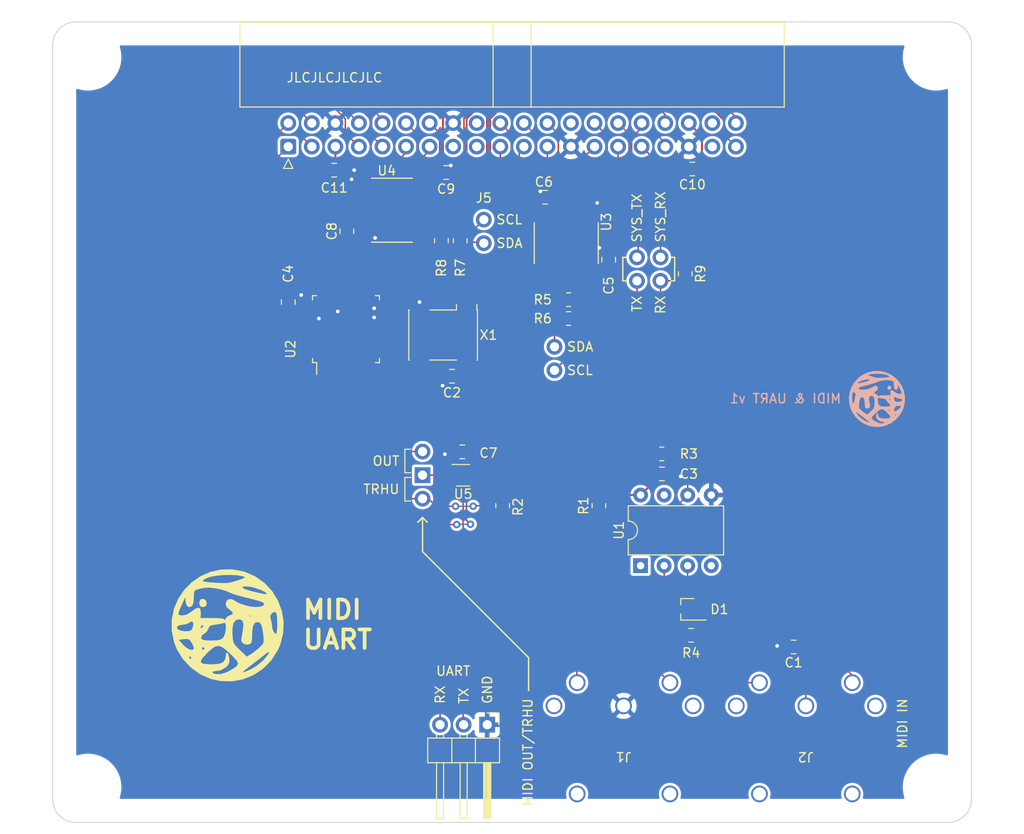
<source format=kicad_pcb>
(kicad_pcb (version 20240108) (generator "pcbnew") (generator_version "8.0")
  (layers (0 "F.Cu" signal) (31 "B.Cu" signal) (34 "B.Paste" user) (35 "F.Paste" user) (36 "B.SilkS" user "B.Silkscreen") (37 "F.SilkS" user "F.Silkscreen") (38 "B.Mask" user) (39 "F.Mask" user) (44 "Edge.Cuts" user))
  (net 0 "")
  (net 1 "Net-(C1-Pad1)")
  (net 2 "GND")
  (net 3 "Net-(D1-A)")
  (net 5 "Net-(D1-K)")
  (net 8 "Net-(J1-Pad4)")
  (net 9 "Net-(J1-Pad5)")
  (net 12 "Net-(J2-Pad4)")
  (net 13 "Net-(J3-D0)")
  (net 14 "Net-(J3-D1)")
  (net 15 "Net-(J3-D2)")
  (net 16 "Net-(J3-D3)")
  (net 17 "+5V")
  (net 18 "Net-(J3-D4)")
  (net 19 "Net-(J3-D5)")
  (net 20 "Net-(J3-D6)")
  (net 21 "Net-(J3-D7)")
  (net 22 "Net-(J3-A0)")
  (net 23 "Net-(J3-A1)")
  (net 24 "Net-(J3-A2)")
  (net 25 "/A3")
  (net 29 "/A6")
  (net 30 "/A7")
  (net 31 "/A8")
  (net 32 "/A9")
  (net 33 "/A10")
  (net 34 "/A11")
  (net 36 "/A12")
  (net 37 "/A13")
  (net 38 "/A14")
  (net 39 "/A15")
  (net 40 "/SYS_RX")
  (net 41 "/SYS_TX")
  (net 44 "Net-(J4-Pin_1)")
  (net 45 "Net-(J4-Pin_2)")
  (net 46 "Net-(J5-Pin_1)")
  (net 47 "Net-(J5-Pin_2)")
  (net 48 "Net-(JP3-A)")
  (net 53 "/~{CSA}")
  (net 54 "/~{CSB}")
  (net 56 "Net-(U2-XTAL1)")
  (net 58 "/~{IOW}")
  (net 60 "/~{IOR}")
  (net 78 "/CLK")
  (net 79 "/R{slash}~{W}")
  (net 80 "/~{RESET}")
  (net 81 "/~{IRQ}")
  (net 82 "/INTB")
  (net 83 "/INTA")
  (net 84 "/RESET")
  (net 85 "Net-(J6-Pin_2)")
  (net 86 "Net-(R2-Pad1)")
  (net 87 "Net-(JP3-C)")
  (net 90 "Net-(J6-Pin_3)")
  (net 91 "Net-(JP3-B)")
  (footprint "Capacitor_SMD:C_0805_2012Metric_Pad1.18x1.45mm_HandSolder" (layer "F.Cu") (at 86.741 33.655 180)
    (property "Reference" "C10")
    (property "Value" "4.7uF")
  )
  (footprint "own_footprints:smyrill_logo" (layer "F.Cu") (at 36.576 82.804)
    (property "Reference" "G***" (hide yes))
    (property "Value" "LOGO" (hide yes))
  )
  (footprint "MountingHole:MountingHole_3.2mm_M3" (layer "F.Cu") (at 113.03 100.330001)
    (property "Reference" "REF**" (hide yes))
    (property "Value" "MountingHole_3.2mm_M3")
  )
  (footprint "Resistor_SMD:R_0805_2012Metric_Pad1.20x1.40mm_HandSolder" (layer "F.Cu") (at 83.449 64.389 180)
    (property "Reference" "R3")
    (property "Value" "3.3k")
  )
  (footprint "Package_QFP:TQFP-48_7x7mm_P0.5mm" (layer "F.Cu") (at 49.403 50.927 90)
    (property "Reference" "U2")
    (property "Value" "TL16C2550PFB")
  )
  (footprint "Resistor_SMD:R_0805_2012Metric_Pad1.20x1.40mm_HandSolder" (layer "F.Cu") (at 61.722 41.402 90)
    (property "Reference" "R7")
    (property "Value" "10k")
  )
  (footprint "Capacitor_SMD:C_0805_2012Metric_Pad1.18x1.45mm_HandSolder" (layer "F.Cu") (at 43.18 48.006 90)
    (property "Reference" "C4")
    (property "Value" "0.1uF")
  )
  (footprint "Resistor_SMD:R_0805_2012Metric_Pad1.20x1.40mm_HandSolder" (layer "F.Cu") (at 73.406 47.752 180)
    (property "Reference" "R5")
    (property "Value" "10k")
  )
  (footprint "Capacitor_SMD:C_0805_2012Metric_Pad1.18x1.45mm_HandSolder" (layer "F.Cu") (at 60.198 34.036)
    (property "Reference" "C9")
    (property "Value" "0.1uF")
  )
  (footprint "Resistor_SMD:R_0805_2012Metric_Pad1.20x1.40mm_HandSolder" (layer "F.Cu") (at 59.69 41.386 90)
    (property "Reference" "R8")
    (property "Value" "10k")
  )
  (footprint "imported_footprints:SOP65P640X120-20N" (layer "F.Cu") (at 73.152 41.656 -90)
    (property "Reference" "U3")
    (property "Value" "SLG46826G")
  )
  (footprint "Capacitor_SMD:C_0805_2012Metric_Pad1.18x1.45mm_HandSolder" (layer "F.Cu") (at 86.614 83.947)
    (property "Reference" "R4")
    (property "Value" "220")
  )
  (footprint "Resistor_SMD:R_0805_2012Metric_Pad1.20x1.40mm_HandSolder" (layer "F.Cu") (at 73.406 49.784 180)
    (property "Reference" "R6")
    (property "Value" "10k")
  )
  (footprint "MountingHole:MountingHole_3.2mm_M3" (layer "F.Cu") (at 21.59 21.59)
    (property "Reference" "REF**" (hide yes))
    (property "Value" "MountingHole_3.2mm_M3")
  )
  (footprint "Resistor_SMD:R_0805_2012Metric_Pad1.20x1.40mm_HandSolder" (layer "F.Cu") (at 85.979 44.958 -90)
    (property "Reference" "R9")
    (property "Value" "100k")
  )
  (footprint "Resistor_SMD:R_0805_2012Metric_Pad1.20x1.40mm_HandSolder" (layer "F.Cu") (at 76.671 69.977 -90)
    (property "Reference" "R1")
    (property "Value" "220")
  )
  (footprint "Capacitor_SMD:C_0805_2012Metric_Pad1.18x1.45mm_HandSolder" (layer "F.Cu") (at 70.866 36.703 180)
    (property "Reference" "C6")
    (property "Value" "0.1uF")
  )
  (footprint "Capacitor_SMD:C_0805_2012Metric_Pad1.18x1.45mm_HandSolder" (layer "F.Cu") (at 49.5046 40.3645 -90)
    (property "Reference" "C8")
    (property "Value" "0.1uF")
  )
  (footprint "own_footprints:Kycon-KCDX-5S-N" (layer "F.Cu") (at 79.328 91.564 180)
    (property "Reference" "J1")
    (property "Value" "MIDI OUT")
  )
  (footprint "Capacitor_SMD:C_0805_2012Metric_Pad1.18x1.45mm_HandSolder" (layer "F.Cu") (at 77.724 43.434 90)
    (property "Reference" "C5")
    (property "Value" "0.1uF")
  )
  (footprint "Package_DIP:DIP-8_W7.62mm" (layer "F.Cu") (at 81.163 76.444 90)
    (property "Reference" "U1")
    (property "Value" "6N137")
  )
  (footprint "Capacitor_SMD:C_0805_2012Metric_Pad1.18x1.45mm_HandSolder" (layer "F.Cu") (at 97.663 85.217 180)
    (property "Reference" "C1")
    (property "Value" "0.1uF")
  )
  (footprint "MountingHole:MountingHole_3.2mm_M3" (layer "F.Cu") (at 21.59 100.330001)
    (property "Reference" "REF**" (hide yes))
    (property "Value" "MountingHole_3.2mm_M3")
  )
  (footprint "imported_footprints:SOP65P640X120-20N" (layer "F.Cu") (at 54.356 38.1)
    (property "Reference" "U4")
    (property "Value" "SLG46826G")
  )
  (footprint "own_footprints:PinHeader_1x02_P2.54mm_Vertical_minimal" (layer "F.Cu") (at 83.312 45.72 180)
    (property "Reference" "JP2" (hide yes))
    (property "Value" "RX_SYS")
  )
  (footprint "MountingHole:MountingHole_3.2mm_M3" (layer "F.Cu") (at 113.03 21.59)
    (property "Reference" "REF**" (hide yes))
    (property "Value" "MountingHole_3.2mm_M3")
  )
  (footprint "Capacitor_SMD:C_0805_2012Metric_Pad1.18x1.45mm_HandSolder" (layer "F.Cu") (at 61.9475 64.166 180)
    (property "Reference" "C7")
    (property "Value" "0.1uF")
  )
  (footprint "Connector_IDC:IDC-Header_2x20_P2.54mm_Horizontal" (layer "F.Cu") (at 43.18 31.242 90)
    (property "Reference" "J3" (hide yes))
    (property "Value" "8bit_thing_bus_connector")
  )
  (footprint "Package_TO_SOT_SMD:SOT-353_SC-70-5_Handsoldering" (layer "F.Cu") (at 62.036 66.691)
    (property "Reference" "U5")
    (property "Value" "74AHCT1G125")
  )
  (footprint "own_footprints:PinHeader_1x02_P2.54mm_Vertical_minimal" (layer "F.Cu") (at 64.262 39.116)
    (property "Reference" "J5")
    (property "Value" "greenpak_i2c")
  )
  (footprint "own_footprints:Kycon-KCDX-5S-N" (layer "F.Cu") (at 98.98 91.564 180)
    (property "Reference" "J2")
    (property "Value" "MIDI IN")
  )
  (footprint "own_footprints:PinHeader_1x03_P2.54mm_2_options_jumper_reverse" (layer "F.Cu") (at 57.658 66.675 180)
    (property "Reference" "JP3" (hide yes))
    (property "Value" "Out/Thru select")
  )
  (footprint "Package_TO_SOT_SMD:SOT-323_SC-70_Handsoldering" (layer "F.Cu") (at 86.233 81.153 180)
    (property "Reference" "D1")
    (property "Value" "BAT54W")
  )
  (footprint "own_footprints:PinHeader_1x02_P2.54mm_Vertical_minimal" (layer "F.Cu") (at 80.772 45.72 180)
    (property "Reference" "JP1" (hide yes))
    (property "Value" "TX_SYS")
  )
  (footprint "Capacitor_SMD:C_0805_2012Metric_Pad1.18x1.45mm_HandSolder" (layer "F.Cu") (at 83.4705 66.548)
    (property "Reference" "C3")
    (property "Value" "0.1uF")
  )
  (footprint "Oscillator:Oscillator_SMD_SeikoEpson_SG8002CA-4Pin_7.0x5.0mm" (layer "F.Cu") (at 59.876 51.562 180)
    (property "Reference" "X1")
    (property "Value" "SG-7050CCN")
  )
  (footprint "Resistor_SMD:R_0805_2012Metric_Pad1.20x1.40mm_HandSolder" (layer "F.Cu") (at 66.294 69.977 -90)
    (property "Reference" "R2")
    (property "Value" "220")
  )
  (footprint "own_footprints:PinHeader_1x02_P2.54mm_Vertical_minimal" (layer "F.Cu") (at 71.882 55.372 180)
    (property "Reference" "J4" (hide yes))
    (property "Value" "greenpak_i2c")
  )
  (footprint "Capacitor_SMD:C_0805_2012Metric_Pad1.18x1.45mm_HandSolder" (layer "F.Cu") (at 48.133 33.782)
    (property "Reference" "C11")
    (property "Value" "4.7uF")
  )
  (footprint "Connector_PinHeader_2.54mm:PinHeader_1x03_P2.54mm_Horizontal" (layer "F.Cu") (at 64.628 93.599 -90)
    (property "Reference" "J6" (hide yes))
    (property "Value" "Conn_01x03_Pin")
  )
  (footprint "Capacitor_SMD:C_0805_2012Metric_Pad1.18x1.45mm_HandSolder" (layer "F.Cu") (at 60.833 56.007 180)
    (property "Reference" "C2")
    (property "Value" "10nF")
  )
  (footprint "own_footprints:smyrill_logo_small" (layer "B.Cu") (at 106.68 58.42 180)
    (property "Reference" "G***" (hide yes))
    (property "Value" "LOGO" (hide yes))
  )
  (gr_line (start 69.088 86.36) (end 57.658 74.93) (stroke (width 0.15)) (layer "F.SilkS"))
  (gr_line (start 57.658 74.93) (end 57.658 71.247) (stroke (width 0.15)) (layer "F.SilkS"))
  (gr_line (start 79.248 43.18) (end 79.248 45.72) (stroke (width 0.15)) (layer "F.SilkS"))
  (gr_line (start 79.248 45.72) (end 79.629 45.72) (stroke (width 0.15)) (layer "F.SilkS"))
  (gr_line (start 57.658 71.247) (end 58.166 71.755) (stroke (width 0.15)) (layer "F.SilkS"))
  (gr_line (start 84.836 45.72) (end 84.455 45.72) (stroke (width 0.15)) (layer "F.SilkS"))
  (gr_line (start 57.658 71.247) (end 57.15 71.755) (stroke (width 0.15)) (layer "F.SilkS"))
  (gr_line (start 84.836 43.18) (end 84.836 45.72) (stroke (width 0.15)) (layer "F.SilkS"))
  (gr_line (start 84.455 43.18) (end 84.836 43.18) (stroke (width 0.15)) (layer "F.SilkS"))
  (gr_line (start 79.629 43.18) (end 79.248 43.18) (stroke (width 0.15)) (layer "F.SilkS"))
  (gr_line (start 69.088 86.36) (end 69.088 89.916) (stroke (width 0.15)) (layer "F.SilkS"))
  (gr_line (start 57.15 71.755) (end 57.658 71.247) (stroke (width 0.15)) (layer "F.SilkS"))
  (gr_line (start 116.84 101.6) (end 116.84 20.32) (stroke (width 0.1)) (layer "Edge.Cuts"))
  (gr_arc (start 20.32 104.14) (mid 18.523905 103.396095) (end 17.78 101.6) (stroke (width 0.1)) (layer "Edge.Cuts"))
  (gr_arc (start 114.3 17.78) (mid 116.096008 18.523992) (end 116.84 20.32) (stroke (width 0.1)) (layer "Edge.Cuts"))
  (gr_arc (start 17.78 20.32) (mid 18.523949 18.523949) (end 20.32 17.78) (stroke (width 0.1)) (layer "Edge.Cuts"))
  (gr_arc (start 116.84 101.6) (mid 116.096037 103.396037) (end 114.3 104.14) (stroke (width 0.1)) (layer "Edge.Cuts"))
  (gr_line (start 20.32 104.14) (end 114.3 104.14) (stroke (width 0.1)) (layer "Edge.Cuts"))
  (gr_line (start 17.78 101.6) (end 17.78 20.32) (stroke (width 0.1)) (layer "Edge.Cuts"))
  (gr_line (start 20.32 17.78) (end 114.3 17.78) (stroke (width 0.1)) (layer "Edge.Cuts"))
  (gr_text "MIDI & UART v1" (at 102.87 58.42 0) (layer "B.SilkS") (effects (font (size 1 1)) (justify left mirror)))
  (gr_text "RX" (at 59.563 91.44 90) (layer "F.SilkS") (effects (font (size 1 1)) (justify left)))
  (gr_text "SCL" (at 65.532 39.116 0) (layer "F.SilkS") (effects (font (size 1 1)) (justify left)))
  (gr_text "TX" (at 62.103 91.44 90) (layer "F.SilkS") (effects (font (size 1 1)) (justify left)))
  (gr_text "RX" (at 83.312 47.244 90) (layer "F.SilkS") (effects (font (size 1 1)) (justify right)))
  (gr_text "MIDI\nUART" (at 44.577 82.804 0) (layer "F.SilkS") (effects (font (size 2 2) (thickness 0.4) (bold yes)) (justify left)))
  (gr_text "SCL" (at 73.152 55.372 0) (layer "F.SilkS") (effects (font (size 1 1)) (justify left)))
  (gr_text "SDA" (at 65.532 41.656 0) (layer "F.SilkS") (effects (font (size 1 1)) (justify left)))
  (gr_text "OUT" (at 55.245 65.151 0) (layer "F.SilkS") (effects (font (size 1 1)) (justify right)))
  (gr_text "MIDI IN" (at 109.982 90.678 90) (layer "F.SilkS") (effects (font (size 1 1)) (justify right bottom)))
  (gr_text "TX" (at 80.772 47.244 90) (layer "F.SilkS") (effects (font (size 1 1)) (justify right)))
  (gr_text "MIDI OUT/TRHU" (at 69.596 90.678 90) (layer "F.SilkS") (effects (font (size 1 1)) (justify right bottom)))
  (gr_text "SYS_TX" (at 80.772 41.656 90) (layer "F.SilkS") (effects (font (size 1 1)) (justify left)))
  (gr_text "GND" (at 64.643 91.44 90) (layer "F.SilkS") (effects (font (size 1 1)) (justify left)))
  (gr_text "SDA" (at 73.152 52.832 0) (layer "F.SilkS") (effects (font (size 1 1)) (justify left)))
  (gr_text "UART" (at 60.96 88.392 0) (layer "F.SilkS") (effects (font (size 1 1)) (justify bottom)))
  (gr_text "SYS_RX" (at 83.312 41.656 90) (layer "F.SilkS") (effects (font (size 1 1)) (justify left)))
  (gr_text "JLCJLCJLCJLC" (at 42.926 24.384 0) (layer "F.SilkS") (effects (font (size 1 1)) (justify left bottom)))
  (gr_text "TRHU" (at 55.245 68.199 0) (layer "F.SilkS") (effects (font (size 1 1)) (justify right)))
  (segment (start 98.98 84.7775) (end 98.98 91.691) (width 0.15) (layer "F.Cu") (net 1))
  (segment (start 53.5655 51.677) (end 53.5655 52.177) (width 0.2) (layer "F.Cu") (net 2))
  (segment (start 45.2405 49.177) (end 45.2405 49.677) (width 0.2) (layer "F.Cu") (net 2))
  (segment (start 60.91 64.166) (end 61.706 64.962) (width 0.2) (layer "F.Cu") (net 2))
  (segment (start 53.5655 49.677) (end 53.5655 50.177) (width 0.2) (layer "F.Cu") (net 2))
  (segment (start 49.1705 33.782) (end 50.292 33.782) (width 0.2) (layer "F.Cu") (net 2))
  (segment (start 59.7955 51.9215) (end 59.7955 56.007) (width 0.2) (layer "F.Cu") (net 2))
  (segment (start 51.491 41.025) (end 49.915 41.025) (width 0.2) (layer "F.Cu") (net 2))
  (segment (start 61.2355 33.8035) (end 60.706 33.274) (width 0.2) (layer "F.Cu") (net 2))
  (segment (start 46.375 49.677) (end 46.482 49.784) (width 0.2) (layer "F.Cu") (net 2))
  (segment (start 52.537451 41.086423) (end 52.476028 41.025) (width 0.15) (layer "F.Cu") (net 2))
  (segment (start 61.706 64.962) (end 61.706 67.291) (width 0.2) (layer "F.Cu") (net 2))
  (segment (start 45.2405 49.677) (end 46.375 49.677) (width 0.2) (layer "F.Cu") (net 2))
  (segment (start 43.18 46.9685) (end 44.301512 46.9685) (width 0.2) (layer "F.Cu") (net 2))
  (segment (start 69.8285 36.5975) (end 70.358 36.068) (width 0.2) (layer "F.Cu") (net 2))
  (segment (start 61.656 66.041) (end 60.706 66.041) (width 0.2) (layer "F.Cu") (net 2))
  (segment (start 53.5655 51.677) (end 51.169 51.677) (width 0.2) (layer "F.Cu") (net 2))
  (segment (start 70.227 38.791) (end 70.227 37.2285) (width 0.2) (layer "F.Cu") (net 2))
  (segment (start 59.7955 57.0015) (end 59.817 57.023) (width 0.2) (layer "F.Cu") (net 2))
  (segment (start 96.6255 85.217) (end 96.4985 85.09) (width 0.2) (layer "F.Cu") (net 2))
  (segment (start 76.9405 42.3965) (end 76.708 42.164) (width 0.2) (layer "F.Cu") (net 2))
  (segment (start 44.301512 46.9685) (end 44.577012 47.244) (width 0.2) (layer "F.Cu") (net 2))
  (segment (start 60.318 64.166) (end 60.064 64.42) (width 0.2) (layer "F.Cu") (net 2))
  (segment (start 57.336 49.208) (end 57.336 48.006014) (width 0.15) (layer "F.Cu") (net 2))
  (segment (start 85.7035 33.655) (end 85.7035 31.8985) (width 0.2) (layer "F.Cu") (net 2))
  (segment (start 57.336 48.006014) (end 57.336014 48.006) (width 0.15) (layer "F.Cu") (net 2))
  (segment (start 59.7955 56.007) (end 59.7955 57.0015) (width 0.2) (layer "F.Cu") (net 2))
  (segment (start 52.476028 41.025) (end 51.491 41.025) (width 0.15) (layer "F.Cu") (net 2))
  (segment (start 52.443536 48.677) (end 52.443246 48.67671) (width 0.2) (layer "F.Cu") (net 2))
  (segment (start 60.91 64.166) (end 60.318 64.166) (width 0.2) (layer "F.Cu") (net 2))
  (segment (start 84.508 66.548) (end 85.227 66.548) (width 0.2) (layer "F.Cu") (net 2))
  (segment (start 45.2405 48.677) (end 45.2405 49.177) (width 0.2) (layer "F.Cu") (net 2))
  (segment (start 45.2405 49.677) (end 45.2405 50.177) (width 0.2) (layer "F.Cu") (net 2))
  (segment (start 77.724 42.3965) (end 76.9405 42.3965) (width 0.2) (layer "F.Cu") (net 2))
  (segment (start 85.227 66.548) (end 85.481 66.802) (width 0.2) (layer "F.Cu") (net 2))
  (segment (start 57.336 49.462) (end 59.7955 51.9215) (width 0.2) (layer "F.Cu") (net 2))
  (segment (start 52.444321 49.677) (end 52.436418 49.669097) (width 0.2) (layer "F.Cu") (net 2))
  (segment (start 51.169 51.677) (end 48.514 49.022) (width 0.2) (layer "F.Cu") (net 2))
  (segment (start 53.5655 48.677) (end 52.443536 48.677) (width 0.2) (layer "F.Cu") (net 2))
  (segment (start 96.4985 85.09) (end 95.885 85.09) (width 0.2) (layer "F.Cu") (net 2))
  (segment (start 61.656 67.341) (end 60.706 67.341) (width 0.2) (layer "F.Cu") (net 2))
  (segment (start 61.706 67.291) (end 61.656 67.341) (width 0.2) (layer "F.Cu") (net 2))
  (segment (start 53.5655 49.677) (end 52.444321 49.677) (width 0.2) (layer "F.Cu") (net 2))
  (segment (start 85.7035 31.8985) (end 86.36 31.242) (width 0.2) (layer "F.Cu") (net 2))
  (via (at 59.817 57.023) (size 0.8) (drill 0.4) (layers "F.Cu" "B.Cu") (net 2))
  (via (at 76.708 42.164) (size 0.8) (drill 0.4) (layers "F.Cu" "B.Cu") (net 2))
  (via (at 70.358 36.068) (size 0.8) (drill 0.4) (layers "F.Cu" "B.Cu") (net 2))
  (via (at 52.443246 48.67671) (size 0.8) (drill 0.4) (layers "F.Cu" "B.Cu") (net 2))
  (via (at 50.292 33.782) (size 0.8) (drill 0.4) (layers "F.Cu" "B.Cu") (net 2))
  (via (at 95.885 85.09) (size 0.8) (drill 0.4) (layers "F.Cu" "B.Cu") (net 2))
  (via (at 52.436418 49.669097) (size 0.8) (drill 0.4) (layers "F.Cu" "B.Cu") (net 2))
  (via (at 85.481 66.802) (size 0.8) (drill 0.4) (layers "F.Cu" "B.Cu") (net 2))
  (via (at 60.064 64.42) (size 0.8) (drill 0.4) (layers "F.Cu" "B.Cu") (net 2))
  (via (at 52.537451 41.086423) (size 0.8) (drill 0.4) (layers "F.Cu" "B.Cu") (net 2))
  (via (at 60.706 33.274) (size 0.8) (drill 0.4) (layers "F.Cu" "B.Cu") (net 2))
  (via (at 44.577012 47.244) (size 0.8) (drill 0.4) (layers "F.Cu" "B.Cu") (net 2))
  (via (at 46.482 49.784) (size 0.8) (drill 0.4) (layers "F.Cu" "B.Cu") (net 2))
  (via (at 57.336014 48.006) (size 0.8) (drill 0.4) (layers "F.Cu" "B.Cu") (net 2))
  (via (at 48.514 49.022) (size 0.8) (drill 0.4) (layers "F.Cu" "B.Cu") (net 2))
  (segment (start 86.233 76.454) (end 86.243 76.444) (width 0.15) (layer "F.Cu") (net 3))
  (segment (start 86.614 84.963) (end 90.715 89.064) (width 0.15) (layer "F.Cu") (net 3))
  (segment (start 90.715 89.064) (end 93.98 89.064) (width 0.15) (layer "F.Cu") (net 3))
  (segment (start 87.233 81.803) (end 86.233 80.803) (width 0.15) (layer "F.Cu") (net 3))
  (segment (start 86.233 80.803) (end 86.233 76.454) (width 0.15) (layer "F.Cu") (net 3))
  (segment (start 87.233 81.803) (end 86.614 82.422) (width 0.15) (layer "F.Cu") (net 3))
  (segment (start 86.614 82.422) (end 86.614 84.963) (width 0.15) (layer "F.Cu") (net 3))
  (segment (start 83.703 76.444) (end 83.703 79.623) (width 0.15) (layer "F.Cu") (net 5))
  (segment (start 85.233 83.6035) (end 85.5765 83.947) (width 0.15) (layer "F.Cu") (net 5))
  (segment (start 85.233 81.153) (end 85.233 83.6035) (width 0.15) (layer "F.Cu") (net 5))
  (segment (start 83.703 79.623) (end 85.233 81.153) (width 0.15) (layer "F.Cu") (net 5))
  (segment (start 76.671 81.407) (end 84.328 89.064) (width 0.15) (layer "F.Cu") (net 8))
  (segment (start 76.671 70.977) (end 76.671 81.407) (width 0.15) (layer "F.Cu") (net 8))
  (segment (start 74.295 78.978) (end 74.295 89.031) (width 0.15) (layer "F.Cu") (net 9))
  (segment (start 74.295 89.031) (end 74.328 89.064) (width 0.15) (layer "F.Cu") (net 9))
  (segment (start 66.294 70.977) (end 74.295 78.978) (width 0.15) (layer "F.Cu") (net 9))
  (segment (start 87.6515 83.947) (end 87.6805 83.918) (width 0.15) (layer "F.Cu") (net 12))
  (segment (start 99.611678 83.918) (end 103.98 88.286322) (width 0.15) (layer "F.Cu") (net 12))
  (segment (start 103.98 88.286322) (end 103.98 89.064) (width 0.15) (layer "F.Cu") (net 12))
  (segment (start 87.6805 83.918) (end 99.611678 83.918) (width 0.15) (layer "F.Cu") (net 12))
  (segment (start 44.311 51.677) (end 45.2405 51.677) (width 0.15) (layer "F.Cu") (net 13))
  (segment (start 43.18 31.242) (end 41.656 32.766) (width 0.15) (layer "F.Cu") (net 13))
  (segment (start 41.656 32.766) (end 41.656 49.022) (width 0.15) (layer "F.Cu") (net 13))
  (segment (start 41.656 49.022) (end 44.311 51.677) (width 0.15) (layer "F.Cu") (net 13))
  (segment (start 43.18 28.702) (end 40.64 31.242) (width 0.15) (layer "F.Cu") (net 14))
  (segment (start 44.069 52.197) (end 45.212 52.197) (width 0.15) (layer "F.Cu") (net 14))
  (segment (start 40.64 31.242) (end 40.64 48.768) (width 0.15) (layer "F.Cu") (net 14))
  (segment (start 40.64 48.768) (end 44.069 52.197) (width 0.15) (layer "F.Cu") (net 14))
  (segment (start 39.624 29.972) (end 39.624 48.854528) (width 0.15) (layer "F.Cu") (net 15))
  (segment (start 43.757 27.374) (end 42.222 27.374) (width 0.15) (layer "F.Cu") (net 15))
  (segment (start 43.474472 52.705) (end 45.212 52.705) (width 0.15) (layer "F.Cu") (net 15))
  (segment (start 44.45 29.972) (end 44.45 28.067) (width 0.15) (layer "F.Cu") (net 15))
  (segment (start 42.222 27.374) (end 39.624 29.972) (width 0.15) (layer "F.Cu") (net 15))
  (segment (start 45.72 31.242) (end 44.45 29.972) (width 0.15) (layer "F.Cu") (net 15))
  (segment (start 39.624 48.854528) (end 43.474472 52.705) (width 0.15) (layer "F.Cu") (net 15))
  (segment (start 44.45 28.067) (end 43.757 27.374) (width 0.15) (layer "F.Cu") (net 15))
  (segment (start 38.608 49.149) (end 42.672 53.213) (width 0.15) (layer "F.Cu") (net 16))
  (segment (start 38.608 29.845) (end 38.608 49.149) (width 0.15) (layer "F.Cu") (net 16))
  (segment (start 41.783 26.67) (end 38.608 29.845) (width 0.15) (layer "F.Cu") (net 16))
  (segment (start 45.72 28.702) (end 43.688 26.67) (width 0.15) (layer "F.Cu") (net 16))
  (segment (start 42.672 53.213) (end 45.212 53.213) (width 0.15) (layer "F.Cu") (net 16))
  (segment (start 43.688 26.67) (end 41.783 26.67) (width 0.15) (layer "F.Cu") (net 16))
  (segment (start 48.26 31.242) (end 48.26 32.6175) (width 0.2) (layer "F.Cu") (net 17))
  (segment (start 59.885 32.511) (end 59.885 31.496) (width 0.15) (layer "F.Cu") (net 17))
  (segment (start 74.406 47.752) (end 74.406 49.784) (width 0.2) (layer "F.Cu") (net 17))
  (segment (start 89.154 24.257) (end 92.71 27.813) (width 0.2) (layer "F.Cu") (net 17))
  (segment (start 58.0215 35.175) (end 59.1605 34.036) (width 0.2) (layer "F.Cu") (net 17))
  (segment (start 82.449 55.092) (end 87.757 49.784) (width 0.2) (layer "F.Cu") (net 17))
  (segment (start 56.231 41.322114) (end 56.231 35.527886) (width 0.2) (layer "F.Cu") (net 17))
  (segment (start 52.07 53.594) (end 56.388 57.912) (width 0.2) (layer "F.Cu") (net 17))
  (segment (start 87.775 41.654) (end 87.775 30.117) (width 0.2) (layer "F.Cu") (net 17))
  (segment (start 91.549 33.292) (end 87.775 33.292) (width 0.2) (layer "F.Cu") (net 17))
  (segment (start 59.885 33.3115) (end 59.885 32.511) (width 0.2) (layer "F.Cu") (net 17))
  (segment (start 59.86 30.201) (end 59.885 30.226) (width 0.2) (layer "F.Cu") (net 17))
  (segment (start 62.985 65.66) (end 63.366 66.041) (width 0.2) (layer "F.Cu") (net 17))
  (segment (start 76.077 42.549) (end 76.077 44.521) (width 0.2) (layer "F.Cu") (net 17))
  (segment (start 52.238 39.075) (end 52.705 38.608) (width 0.2) (layer "F.Cu") (net 17))
  (segment (start 92.71 32.131) (end 91.549 33.292) (width 0.2) (layer "F.Cu") (net 17))
  (segment (start 59.69 42.386) (end 57.294886 42.386) (width 0.2) (layer "F.Cu") (net 17))
  (segment (start 76.077 46.081) (end 74.406 47.752) (width 0.2) (layer "F.Cu") (net 17))
  (segment (start 59.885 30.226) (end 59.885 31.496) (width 0.15) (layer "F.Cu") (net 17))
  (segment (start 61.722 42.386) (end 59.69 42.386) (width 0.2) (layer "F.Cu") (net 17))
  (segment (start 50.8 32.766) (end 50.546 32.766) (width 0.2) (layer "F.Cu") (net 17))
  (segment (start 67.533 64.166) (end 77.724 53.975) (width 0.2) (layer "F.Cu") (net 17))
  (segment (start 82.433 66.548) (end 82.433 64.405) (width 0.2) (layer "F.Cu") (net 17))
  (segment (start 62.416 55.4615) (end 61.8705 56.007) (width 0.2) (layer "F.Cu") (net 17))
  (segment (start 86.36 28.702) (end 87.775 30.117) (width 0.2) (layer "F.Cu") (net 17))
  (segment (start 48.894999 53.594) (end 52.07 53.594) (width 0.2) (layer "F.Cu") (net 17))
  (segment (start 58.547 26.797) (end 59.86 28.11) (width 0.2) (layer "F.Cu") (net 17))
  (segment (start 77.724 53.975) (end 77.724 44.4715) (width 0.2) (layer "F.Cu") (net 17))
  (segment (start 72.177 39.428114) (end 72.753886 40.005) (width 0.2) (layer "F.Cu") (net 17))
  (segment (start 52.705 34.671) (end 50.8 32.766) (width 0.2) (layer "F.Cu") (net 17))
  (segment (start 76.824 68.824) (end 81.163 68.824) (width 0.2) (layer "F.Cu") (net 17))
  (segment (start 44.503001 50.677) (end 45.2405 50.677) (width 0.2) (layer "F.Cu") (net 17))
  (segment (start 57.294886 42.386) (end 56.231 41.322114) (width 0.2) (layer "F.Cu") (net 17))
  (segment (start 56.231 35.527886) (end 56.583886 35.175) (width 0.2) (layer "F.Cu") (net 17))
  (segment (start 59.885 33.3115) (end 59.1605 34.036) (width 0.2) (layer "F.Cu") (net 17))
  (segment (start 76.077 44.521) (end 76.077 46.081) (width 0.2) (layer "F.Cu") (net 17))
  (segment (start 51.491 39.075) (end 52.238 39.075) (width 0.2) (layer "F.Cu") (net 17))
  (segment (start 53.848 32.766) (end 50.546 32.766) (width 0.2) (layer "F.Cu") (net 17))
  (segment (start 84.9575 44.4715) (end 87.775 41.654) (width 0.2) (layer "F.Cu") (net 17))
  (segment (start 57.221 35.175) (end 58.0215 35.175) (width 0.2) (layer "F.Cu") (net 17))
  (segment (start 77.724 44.4715) (end 84.9575 44.4715) (width 0.2) (layer "F.Cu") (net 17))
  (segment (start 82.449 64.389) (end 82.449 55.092) (width 0.2) (layer "F.Cu") (net 17))
  (segment (start 59.9655 57.912) (end 61.8705 56.007) (width 0.2) (layer "F.Cu") (net 17))
  (segment (start 48.3235 32.766) (end 48.26 32.7025) (width 0.2) (layer "F.Cu") (net 17))
  (segment (start 54.61 27.94) (end 55.753 26.797) (width 0.2) (layer "F.Cu") (net 17))
  (segment (start 51.491 39.075) (end 50.04 39.075) (width 0.2) (layer "F.Cu") (net 17))
  (segment (start 76.077 44.521) (end 77.6745 44.521) (width 0.2) (layer "F.Cu") (net 17))
  (segment (start 62.416 53.662) (end 62.416 55.4615) (width 0.2) (layer "F.Cu") (net 17))
  (segment (start 45.977999 50.677) (end 48.894999 53.594) (width 0.2) (layer "F.Cu") (net 17))
  (segment (start 52.705 38.608) (end 52.705 34.671) (width 0.2) (layer "F.Cu") (net 17))
  (segment (start 45.2405 50.677) (end 45.977999 50.677) (width 0.2) (layer "F.Cu") (net 17))
  (segment (start 55.753 26.797) (end 58.293 24.257) (width 0.2) (layer "F.Cu") (net 17))
  (segment (start 59.86 28.11) (end 59.86 30.201) (width 0.2) (layer "F.Cu") (net 17))
  (segment (start 58.293 24.257) (end 89.154 24.257) (width 0.2) (layer "F.Cu") (net 17))
  (segment (start 42.205 48.378999) (end 44.503001 50.677) (width 0.2) (layer "F.Cu") (net 17))
  (segment (start 92.71 27.813) (end 92.71 32.131) (width 0.2) (layer "F.Cu") (net 17))
  (segment (start 48.26 32.7025) (end 48.26 31.242) (width 0.2) (layer "F.Cu") (net 17))
  (segment (start 82.433 67.554) (end 82.433 66.548) (width 0.2) (layer "F.Cu") (net 17))
  (segment (start 72.177 37.1035) (end 72.177 38.791) (width 0.2) (layer "F.Cu") (net 17))
  (segment (start 56.388 57.912) (end 59.9655 57.912) (width 0.2) (layer "F.Cu") (net 17))
  (segment (start 43.434 44.196) (end 42.205 45.425) (width 0.2) (layer "F.Cu") (net 17))
  (segment (start 42.205 45.425) (end 42.205 48.378999) (width 0.2) (layer "F.Cu") (net 17))
  (segment (start 48.26 32.6175) (end 43.434 37.4435) (width 0.2) (layer "F.Cu") (net 17))
  (segment (start 62.985 64.166) (end 62.985 65.66) (width 0.2) (layer "F.Cu") (net 17))
  (segment (start 55.753 26.797) (end 58.547 26.797) (width 0.2) (layer "F.Cu") (net 17))
  (segment (start 43.434 37.4435) (end 43.434 44.196) (width 0.2) (layer "F.Cu") (net 17))
  (segment (start 53.848 32.766) (end 54.61 32.004) (width 0.2) (layer "F.Cu") (net 17))
  (segment (start 72.753886 40.005) (end 73.533 40.005) (width 0.2) (layer "F.Cu") (net 17))
  (segment (start 62.985 64.166) (end 67.533 64.166) (width 0.2) (layer "F.Cu") (net 17))
  (segment (start 54.61 32.004) (end 54.61 27.94) (width 0.2) (layer "F.Cu") (net 17))
  (segment (start 87.757 49.784) (end 87.757 41.672) (width 0.2) (layer "F.Cu") (net 17))
  (segment (start 81.163 68.824) (end 82.433 67.554) (width 0.2) (layer "F.Cu") (net 17))
  (segment (start 50.546 32.766) (end 48.3235 32.766) (width 0.2) (layer "F.Cu") (net 17))
  (segment (start 73.533 40.005) (end 76.077 42.549) (width 0.2) (layer "F.Cu") (net 17))
  (segment (start 41.402 25.781) (end 37.592 29.591) (width 0.15) (layer "F.Cu") (net 18))
  (segment (start 37.592 29.591) (end 37.592 49.53) (width 0.15) (layer "F.Cu") (net 18))
  (segment (start 50.8 31.242) (end 49.335 29.777) (width 0.15) (layer "F.Cu") (net 18))
  (segment (start 49.335 29.777) (end 49.335 28.25672) (width 0.15) (layer "F.Cu") (net 18))
  (segment (start 49.335 28.25672) (end 46.85928 25.781) (width 0.15) (layer "F.Cu") (net 18))
  (segment (start 37.592 49.53) (end 41.783 53.721) (width 0.15) (layer "F.Cu") (net 18))
  (segment (start 41.783 53.721) (end 45.212 53.721) (width 0.15) (layer "F.Cu") (net 18))
  (segment (start 46.85928 25.781) (end 41.402 25.781) (width 0.15) (layer "F.Cu") (net 18))
  (segment (start 36.576 29.464) (end 36.576 50.038) (width 0.15) (layer "F.Cu") (net 19))
  (segment (start 36.576 50.038) (end 41.656 55.118) (width 0.15) (layer "F.Cu") (net 19))
  (segment (start 41.148 24.892) (end 36.576 29.464) (width 0.15) (layer "F.Cu") (net 19))
  (segment (start 50.8 28.702) (end 46.99 24.892) (width 0.15) (layer "F.Cu") (net 19))
  (segment (start 41.656 55.118) (end 46.609 55.118) (width 0.15) (layer "F.Cu") (net 19))
  (segment (start 46.99 24.892) (end 41.148 24.892) (width 0.15) (layer "F.Cu") (net 19))
  (segment (start 35.56 50.546) (end 41.275 56.261) (width 0.15) (layer "F.Cu") (net 20))
  (segment (start 41.275 56.261) (end 46.718999 56.261) (width 0.15) (layer "F.Cu") (net 20))
  (segment (start 52.165 28.405299) (end 47.762701 24.003) (width 0.15) (layer "F.Cu") (net 20))
  (segment (start 40.513 24.003) (end 35.56 28.956) (width 0.15) (layer "F.Cu") (net 20))
  (segment (start 47.762701 24.003) (end 40.513 24.003) (width 0.15) (layer "F.Cu") (net 20))
  (segment (start 35.56 28.956) (end 35.56 50.546) (width 0.15) (layer "F.Cu") (net 20))
  (segment (start 53.34 31.242) (end 52.165 30.067) (width 0.15) (layer "F.Cu") (net 20))
  (segment (start 46.718999 56.261) (end 47.117 55.862999) (width 0.15) (layer "F.Cu") (net 20))
  (segment (start 47.117 55.862999) (end 47.117 55.118) (width 0.15) (layer "F.Cu") (net 20))
  (segment (start 52.165 30.067) (end 52.165 28.405299) (width 0.15) (layer "F.Cu") (net 20))
  (segment (start 46.736 57.15) (end 47.625 56.261) (width 0.15) (layer "F.Cu") (net 21))
  (segment (start 40.005 23.114) (end 34.544 28.575) (width 0.15) (layer "F.Cu") (net 21))
  (segment (start 40.64 57.15) (end 46.736 57.15) (width 0.15) (layer "F.Cu") (net 21))
  (segment (start 47.625 56.261) (end 47.625 55.118) (width 0.15) (layer "F.Cu") (net 21))
  (segment (start 34.544 51.054) (end 40.64 57.15) (width 0.15) (layer "F.Cu") (net 21))
  (segment (start 34.544 28.575) (end 34.544 51.054) (width 0.15) (layer "F.Cu") (net 21))
  (segment (start 53.34 28.321) (end 48.133 23.114) (width 0.15) (layer "F.Cu") (net 21))
  (segment (start 48.133 23.114) (end 40.005 23.114) (width 0.15) (layer "F.Cu") (net 21))
  (segment (start 53.467 34.29) (end 53.467 41.148) (width 0.15) (layer "F.Cu") (net 22))
  (segment (start 53.467 41.148) (end 50.653 43.962) (width 0.15) (layer "F.Cu") (net 22))
  (segment (start 50.653 43.962) (end 50.653 46.7645) (width 0.15) (layer "F.Cu") (net 22))
  (segment (start 55.88 31.877) (end 53.467 34.29) (width 0.15) (layer "F.Cu") (net 22))
  (segment (start 57.055 29.877) (end 57.055 31.970604) (width 0.15) (layer "F.Cu") (net 23))
  (segment (start 57.055 31.970604) (end 54.102 34.923604) (width 0.15) (layer "F.Cu") (net 23))
  (segment (start 54.102 34.923604) (end 54.102 41.91) (width 0.15) (layer "F.Cu") (net 23))
  (segment (start 51.153 44.859) (end 51.153 46.7645) (width 0.15) (layer "F.Cu") (net 23))
  (segment (start 55.88 28.702) (end 57.055 29.877) (width 0.15) (layer "F.Cu") (net 23))
  (segment (start 54.102 41.91) (end 51.153 44.859) (width 0.15) (layer "F.Cu") (net 23))
  (segment (start 55.072 42.337) (end 51.653 45.756) (width 0.15) (layer "F.Cu") (net 24))
  (segment (start 51.653 45.756) (end 51.653 46.7645) (width 0.15) (layer "F.Cu") (net 24))
  (segment (start 55.072 34.971) (end 55.072 42.337) (width 0.15) (layer "F.Cu") (net 24))
  (segment (start 58.42 31.623) (end 55.072 34.971) (width 0.15) (layer "F.Cu") (net 24))
  (segment (start 72.827 44.521) (end 72.827 43.77782) (width 0.15) (layer "F.Cu") (net 25))
  (segment (start 59.495 31.945) (end 59.495 29.777) (width 0.15) (layer "F.Cu") (net 25))
  (segment (start 57.15 33.782) (end 57.658 33.782) (width 0.15) (layer "F.Cu") (net 25))
  (segment (start 55.753 41.783) (end 55.753 35.179) (width 0.15) (layer "F.Cu") (net 25))
  (segment (start 72.60518 43.556) (end 57.526 43.556) (width 0.15) (layer "F.Cu") (net 25))
  (segment (start 57.526 43.556) (end 55.753 41.783) (width 0.15) (layer "F.Cu") (net 25))
  (segment (start 59.495 29.777) (end 58.42 28.702) (width 0.15) (layer "F.Cu") (net 25))
  (segment (start 55.753 35.179) (end 57.15 33.782) (width 0.15) (layer "F.Cu") (net 25))
  (segment (start 57.658 33.782) (end 59.495 31.945) (width 0.15) (layer "F.Cu") (net 25))
  (segment (start 72.827 43.77782) (end 72.60518 43.556) (width 0.15) (layer "F.Cu") (net 25))
  (segment (start 72.851 43.006) (end 73.477 43.632) (width 0.15) (layer "F.Cu") (net 29))
  (segment (start 66.04 39.624) (end 69.422 43.006) (width 0.15) (layer "F.Cu") (net 29))
  (segment (start 66.04 31.242) (end 66.04 39.624) (width 0.15) (layer "F.Cu") (net 29))
  (segment (start 69.422 43.006) (end 72.851 43.006) (width 0.15) (layer "F.Cu") (net 29))
  (segment (start 73.477 43.632) (end 73.477 44.521) (width 0.15) (layer "F.Cu") (net 29))
  (segment (start 66.04 28.702) (end 67.215 29.877) (width 0.15) (layer "F.Cu") (net 30))
  (segment (start 74.127 43.5835) (end 74.127 44.521) (width 0.15) (layer "F.Cu") (net 30))
  (segment (start 69.596 42.164) (end 72.7075 42.164) (width 0.15) (layer "F.Cu") (net 30))
  (segment (start 67.215 39.783) (end 69.596 42.164) (width 0.15) (layer "F.Cu") (net 30))
  (segment (start 67.215 29.877) (end 67.215 39.783) (width 0.15) (layer "F.Cu") (net 30))
  (segment (start 72.7075 42.164) (end 74.127 43.5835) (width 0.15) (layer "F.Cu") (net 30))
  (segment (start 74.777 43.408) (end 74.777 44.521) (width 0.15) (layer "F.Cu") (net 31))
  (segment (start 69.977 41.275) (end 72.644 41.275) (width 0.15) (layer "F.Cu") (net 31))
  (segment (start 68.072 31.75) (end 68.072 39.37) (width 0.15) (layer "F.Cu") (net 31))
  (segment (start 72.644 41.275) (end 74.777 43.408) (width 0.15) (layer "F.Cu") (net 31))
  (segment (start 68.072 39.37) (end 69.977 41.275) (width 0.15) (layer "F.Cu") (net 31))
  (segment (start 68.961 39.116) (end 70.231 40.386) (width 0.15) (layer "F.Cu") (net 32))
  (segment (start 72.644 40.386) (end 75.427 43.169) (width 0.15) (layer "F.Cu") (net 32))
  (segment (start 68.58 28.702) (end 69.945 30.067) (width 0.15) (layer "F.Cu") (net 32))
  (segment (start 69.945 34.449) (end 68.961 35.433) (width 0.15) (layer "F.Cu") (net 32))
  (segment (start 69.945 30.067) (end 69.945 34.449) (width 0.15) (layer "F.Cu") (net 32))
  (segment (start 75.427 43.169) (end 75.427 44.521) (width 0.15) (layer "F.Cu") (net 32))
  (segment (start 70.231 40.386) (end 72.644 40.386) (width 0.15) (layer "F.Cu") (net 32))
  (segment (start 68.961 35.433) (end 68.961 39.116) (width 0.15) (layer "F.Cu") (net 32))
  (segment (start 71.12 34.036) (end 72.827 35.743) (width 0.15) (layer "F.Cu") (net 33))
  (segment (start 72.827 35.743) (end 72.827 38.791) (width 0.15) (layer "F.Cu") (net 33))
  (segment (start 71.12 31.242) (end 71.12 34.036) (width 0.15) (layer "F.Cu") (net 33))
  (segment (start 71.12 28.702) (end 72.295 29.877) (width 0.15) (layer "F.Cu") (net 34))
  (segment (start 73.477 34.107) (end 73.477 38.791) (width 0.15) (layer "F.Cu") (net 34))
  (segment (start 72.295 32.925) (end 73.477 34.107) (width 0.15) (layer "F.Cu") (net 34))
  (segment (start 72.295 29.877) (end 72.295 32.925) (width 0.15) (layer "F.Cu") (net 34))
  (segment (start 76.2 31.242) (end 74.127 33.315) (width 0.15) (layer "F.Cu") (net 36))
  (segment (start 74.127 33.315) (end 74.127 38.791) (width 0.15) (layer "F.Cu") (net 36))
  (segment (start 77.565 33.33041) (end 74.777 36.11841) (width 0.15) (layer "F.Cu") (net 37))
  (segment (start 77.565 30.067) (end 77.565 33.33041) (width 0.15) (layer "F.Cu") (net 37))
  (segment (start 76.2 28.702) (end 77.565 30.067) (width 0.15) (layer "F.Cu") (net 37))
  (segment (start 74.777 36.11841) (end 74.777 38.791) (width 0.15) (layer "F.Cu") (net 37))
  (segment (start 78.74 31.242) (end 78.74 34.73482) (width 0.15) (layer "F.Cu") (net 38))
  (segment (start 78.74 34.73482) (end 75.427 38.04782) (width 0.15) (layer "F.Cu") (net 38))
  (segment (start 75.427 38.04782) (end 75.427 38.791) (width 0.15) (layer "F.Cu") (net 38))
  (segment (start 79.905 34.963) (end 76.077 38.791) (width 0.15) (layer "F.Cu") (net 39))
  (segment (start 78.74 28.702) (end 79.905 29.867) (width 0.15) (layer "F.Cu") (net 39))
  (segment (start 79.905 29.867) (end 79.905 34.963) (width 0.15) (layer "F.Cu") (net 39))
  (segment (start 83.312 33.274) (end 83.312 43.18) (width 0.15) (layer "F.Cu") (net 40))
  (segment (start 81.28 31.242) (end 83.312 33.274) (width 0.15) (layer "F.Cu") (net 40))
  (segment (start 80.899 43.058) (end 80.899 32.639) (width 0.15) (layer "F.Cu") (net 41))
  (segment (start 80.205 30.285) (end 81.28 29.21) (width 0.15) (layer "F.Cu") (net 41))
  (segment (start 80.205 31.945) (end 80.205 30.285) (width 0.15) (layer "F.Cu") (net 41))
  (segment (start 80.899 32.639) (end 80.205 31.945) (width 0.15) (layer "F.Cu") (net 41))
  (segment (start 73.231 54.023) (end 71.882 55.372) (width 0.15) (layer "F.Cu") (net 44))
  (segment (start 73.231 48.577) (end 73.231 54.023) (width 0.15) (layer "F.Cu") (net 44))
  (segment (start 71.527 46.873) (end 72.406 47.752) (width 0.15) (layer "F.Cu") (net 44))
  (segment (start 72.406 47.752) (end 73.231 48.577) (width 0.15) (layer "F.Cu") (net 44))
  (segment (start 71.527 44.521) (end 71.527 46.873) (width 0.15) (layer "F.Cu") (net 44))
  (segment (start 70.877 48.255) (end 70.877 44.521) (width 0.15) (layer "F.Cu") (net 45))
  (segment (start 71.882 52.832) (end 71.882 50.308) (width 0.15) (layer "F.Cu") (net 45))
  (segment (start 72.406 49.784) (end 70.877 48.255) (width 0.15) (layer "F.Cu") (net 45))
  (segment (start 71.882 50.308) (end 72.406 49.784) (width 0.15) (layer "F.Cu") (net 45))
  (segment (start 61.722 40.386) (end 60.897 39.561) (width 0.15) (layer "F.Cu") (net 46))
  (segment (start 61.722 40.386) (end 62.992 40.386) (width 0.15) (layer "F.Cu") (net 46))
  (segment (start 57.385 39.561) (end 57.221 39.725) (width 0.15) (layer "F.Cu") (net 46))
  (segment (start 60.897 39.561) (end 57.385 39.561) (width 0.15) (layer "F.Cu") (net 46))
  (segment (start 62.992 40.386) (end 64.262 39.116) (width 0.15) (layer "F.Cu") (net 46))
  (segment (start 59.69 40.386) (end 57.232 40.386) (width 0.15) (layer "F.Cu") (net 47))
  (segment (start 60.865 41.561) (end 64.167 41.561) (width 0.15) (layer "F.Cu") (net 47))
  (segment (start 59.69 40.386) (end 60.865 41.561) (width 0.15) (layer "F.Cu") (net 47))
  (segment (start 63.171587 69.977) (end 85.09 69.977) (width 0.15) (layer "F.Cu") (net 48))
  (segment (start 58.293 69.215) (end 57.658 69.215) (width 0.15) (layer "F.Cu") (net 48))
  (segment (start 48.895 62.357) (end 48.895 55.995344) (width 0.15) (layer "F.Cu") (net 48))
  (segment (start 55.753 69.215) (end 57.658 69.215) (width 0.15) (layer "F.Cu") (net 48))
  (segment (start 63.119 70.029587) (end 63.171587 69.977) (width 0.15) (layer "F.Cu") (net 48))
  (segment (start 59.107587 70.029587) (end 58.293 69.215) (width 0.15) (layer "F.Cu") (net 48))
  (segment (start 48.895 55.995344) (end 48.641 55.741344) (width 0.15) (layer "F.Cu") (net 48))
  (segment (start 48.895 62.357) (end 55.753 69.215) (width 0.15) (layer "F.Cu") (net 48))
  (segment (start 86.243 66.183) (end 86.243 68.824) (width 0.15) (layer "F.Cu") (net 48))
  (segment (start 85.09 69.977) (end 86.243 68.824) (width 0.15) (layer "F.Cu") (net 48))
  (segment (start 86.243 66.183) (end 84.449 64.389) (width 0.15) (layer "F.Cu") (net 48))
  (segment (start 48.641 55.741344) (end 48.641 55.118) (width 0.15) (layer "F.Cu") (net 48))
  (segment (start 61.214 70.029587) (end 59.107587 70.029587) (width 0.15) (layer "F.Cu") (net 48))
  (via (at 61.214 70.029587) (size 0.8) (drill 0.4) (layers "F.Cu" "B.Cu") (net 48))
  (via (at 63.119 70.029587) (size 0.8) (drill 0.4) (layers "F.Cu" "B.Cu") (net 48))
  (segment (start 61.214 70.029587) (end 63.119 70.029587) (width 0.15) (layer "B.Cu") (net 48))
  (segment (start 73.581 50.437678) (end 73.581 46.664999) (width 0.15) (layer "F.Cu") (net 53))
  (segment (start 74.422 55.16638) (end 74.422 51.278678) (width 0.15) (layer "F.Cu") (net 53))
  (segment (start 72.177 45.260999) (end 72.177 44.521) (width 0.15) (layer "F.Cu") (net 53))
  (segment (start 73.581 46.664999) (end 72.177 45.260999) (width 0.15) (layer "F.Cu") (net 53))
  (segment (start 68.50138 61.087) (end 74.422 55.16638) (width 0.15) (layer "F.Cu") (net 53))
  (segment (start 54.102 61.087) (end 68.50138 61.087) (width 0.15) (layer "F.Cu") (net 53))
  (segment (start 74.422 51.278678) (end 73.581 50.437678) (width 0.15) (layer "F.Cu") (net 53))
  (segment (start 51.181 55.118) (end 51.181 58.166) (width 0.15) (layer "F.Cu") (net 53))
  (segment (start 51.181 58.166) (end 54.102 61.087) (width 0.15) (layer "F.Cu") (net 53))
  (segment (start 70.104 44.644) (end 70.104 56.642) (width 0.15) (layer "F.Cu") (net 54))
  (segment (start 54.32 59.781) (end 51.943 57.404) (width 0.15) (layer "F.Cu") (net 54))
  (segment (start 51.943 56.043344) (end 51.689 55.789344) (width 0.15) (layer "F.Cu") (net 54))
  (segment (start 66.965 59.781) (end 54.32 59.781) (width 0.15) (layer "F.Cu") (net 54))
  (segment (start 51.943 57.404) (end 51.943 56.043344) (width 0.15) (layer "F.Cu") (net 54))
  (segment (start 70.104 56.642) (end 66.965 59.781) (width 0.15) (layer "F.Cu") (net 54))
  (segment (start 51.689 55.789344) (end 51.689 55.118) (width 0.15) (layer "F.Cu") (net 54))
  (segment (start 57.336 53.662) (end 53.5805 53.662) (width 0.15) (layer "F.Cu") (net 56))
  (segment (start 47.502 35.175) (end 45.085 37.592) (width 0.15) (layer "F.Cu") (net 58))
  (segment (start 51.491 35.175) (end 47.502 35.175) (width 0.15) (layer "F.Cu") (net 58))
  (segment (start 50.904344 52.677) (end 53.5655 52.677) (width 0.15) (layer "F.Cu") (net 58))
  (segment (start 45.085 46.857656) (end 50.904344 52.677) (width 0.15) (layer "F.Cu") (net 58))
  (segment (start 45.085 37.592) (end 45.085 46.857656) (width 0.15) (layer "F.Cu") (net 58))
  (segment (start 48.249 35.825) (end 45.974 38.1) (width 0.15) (layer "F.Cu") (net 60))
  (segment (start 45.974 47.249344) (end 46.984656 48.26) (width 0.15) (layer "F.Cu") (net 60))
  (segment (start 51.439 50.677) (end 53.5655 50.677) (width 0.15) (layer "F.Cu") (net 60))
  (segment (start 49.022 48.26) (end 51.439 50.677) (width 0.15) (layer "F.Cu") (net 60))
  (segment (start 45.974 38.1) (end 45.974 47.249344) (width 0.15) (layer "F.Cu") (net 60))
  (segment (start 46.984656 48.26) (end 49.022 48.26) (width 0.15) (layer "F.Cu") (net 60))
  (segment (start 51.491 35.825) (end 48.249 35.825) (width 0.15) (layer "F.Cu") (net 60))
  (segment (start 66.294 26.924) (end 64.965 28.253) (width 0.15) (layer "F.Cu") (net 78))
  (segment (start 64.965 28.253) (end 64.965 35.365) (width 0.15) (layer "F.Cu") (net 78))
  (segment (start 82.55 29.591) (end 82.55 28.194) (width 0.15) (layer "F.Cu") (net 78))
  (segment (start 82.55 28.194) (end 81.28 26.924) (width 0.15) (layer "F.Cu") (net 78))
  (segment (start 81.28 26.924) (end 66.294 26.924) (width 0.15) (layer "F.Cu") (net 78))
  (segment (start 62.555 37.775) (end 57.221 37.775) (width 0.15) (layer "F.Cu") (net 78))
  (segment (start 64.965 35.365) (end 62.555 37.775) (width 0.15) (layer "F.Cu") (net 78))
  (segment (start 83.82 30.861) (end 82.55 29.591) (width 0.15) (layer "F.Cu") (net 78))
  (segment (start 64.575 32.199) (end 64.575 27.5) (width 0.15) (layer "F.Cu") (net 79))
  (segment (start 65.913 26.162) (end 82.169 26.162) (width 0.15) (layer "F.Cu") (net 79))
  (segment (start 64.575 27.5) (end 65.913 26.162) (width 0.15) (layer "F.Cu") (net 79))
  (segment (start 64.008 35.052) (end 64.008 32.766) (width 0.15) (layer "F.Cu") (net 79))
  (segment (start 64.008 32.766) (end 64.575 32.199) (width 0.15) (layer "F.Cu") (net 79))
  (segment (start 57.221 37.125) (end 61.935 37.125) (width 0.15) (layer "F.Cu") (net 79))
  (segment (start 61.935 37.125) (end 64.008 35.052) (width 0.15) (layer "F.Cu") (net 79))
  (segment (start 82.169 26.162) (end 83.82 27.813) (width 0.15) (layer "F.Cu") (net 79))
  (segment (start 83.82 27.813) (end 83.82 28.702) (width 0.15) (layer "F.Cu") (net 79))
  (segment (start 63.246 34.671) (end 61.442 36.475) (width 0.15) (layer "F.Cu") (net 80))
  (segment (start 90.17 28.448) (end 87.249 25.527) (width 0.15) (layer "F.Cu") (net 80))
  (segment (start 62.425 32.199) (end 63.246 33.02) (width 0.15) (layer "F.Cu") (net 80))
  (segment (start 61.442 36.475) (end 57.221 36.475) (width 0.15) (layer "F.Cu") (net 80))
  (segment (start 62.425 28.253) (end 62.425 32.199) (width 0.15) (layer "F.Cu") (net 80))
  (segment (start 91.44 31.242) (end 90.17 29.972) (width 0.15) (layer "F.Cu") (net 80))
  (segment (start 65.151 25.527) (end 62.425 28.253) (width 0.15) (layer "F.Cu") (net 80))
  (segment (start 87.249 25.527) (end 65.151 25.527) (width 0.15) (layer "F.Cu") (net 80))
  (segment (start 90.17 29.972) (end 90.17 28.448) (width 0.15) (layer "F.Cu") (net 80))
  (segment (start 63.246 33.02) (end 63.246 34.671) (width 0.15) (layer "F.Cu") (net 80))
  (segment (start 57.221 35.825) (end 61.203 35.825) (width 0.15) (layer "F.Cu") (net 81))
  (segment (start 62.125 27.156) (end 64.389 24.892) (width 0.15) (layer "F.Cu") (net 81))
  (segment (start 61.203 35.825) (end 62.125 34.903) (width 0.15) (layer "F.Cu") (net 81))
  (segment (start 64.389 24.892) (end 88.265 24.892) (width 0.15) (layer "F.Cu") (net 81))
  (segment (start 62.125 34.903) (end 62.125 27.156) (width 0.15) (layer "F.Cu") (net 81))
  (segment (start 88.265 24.892) (end 91.44 28.067) (width 0.15) (layer "F.Cu") (net 81))
  (segment (start 48.352 42.891) (end 50.153 44.692) (width 0.15) (layer "F.Cu") (net 82))
  (segment (start 48.352 38.988422) (end 48.352 42.891) (width 0.15) (layer "F.Cu") (net 82))
  (segment (start 48.825922 38.5145) (end 48.352 38.988422) (width 0.15) (layer "F.Cu") (net 82))
  (segment (start 50.153 44.692) (end 50.153 46.7645) (width 0.15) (layer "F.Cu") (net 82))
  (segment (start 48.8615 38.5145) (end 48.825922 38.5145) (width 0.15) (layer "F.Cu") (net 82))
  (segment (start 49.6235 37.7525) (end 48.8615 38.5145) (width 0.15) (layer "F.Cu") (net 82))
  (segment (start 51.4685 37.7525) (end 49.6235 37.7525) (width 0.15) (layer "F.Cu") (net 82))
  (segment (start 49.653 45.462) (end 49.653 46.7645) (width 0.15) (layer "F.Cu") (net 83))
  (segment (start 49.235 37.125) (end 47.625 38.735) (width 0.15) (layer "F.Cu") (net 83))
  (segment (start 47.625 38.735) (end 47.625 43.434) (width 0.15) (layer "F.Cu") (net 83))
  (segment (start 47.625 43.434) (end 49.653 45.462) (width 0.15) (layer "F.Cu") (net 83))
  (segment (start 51.491 37.125) (end 49.235 37.125) (width 0.15) (layer "F.Cu") (net 83))
  (segment (start 46.653 46.7645) (end 46.653 46.100656) (width 0.15) (layer "F.Cu") (net 84))
  (segment (start 48.742 36.475) (end 51.491 36.475) (width 0.15) (layer "F.Cu") (net 84))
  (segment (start 46.653 46.100656) (end 46.863 45.890656) (width 0.15) (layer "F.Cu") (net 84))
  (segment (start 46.863 38.354) (end 48.742 36.475) (width 0.15) (layer "F.Cu") (net 84))
  (segment (start 46.863 45.890656) (end 46.863 38.354) (width 0.15) (layer "F.Cu") (net 84))
  (segment (start 50.165 55.765344) (end 50.165 55.118) (width 0.15) (layer "F.Cu") (net 85))
  (segment (start 50.419 56.019344) (end 50.419 59.563) (width 0.15) (layer "F.Cu") (net 85))
  (segment (start 80.772 52.705) (end 80.772 45.725) (width 0.15) (layer "F.Cu") (net 85))
  (segment (start 50.419 56.019344) (end 50.165 55.765344) (width 0.15) (layer "F.Cu") (net 85))
  (segment (start 61.307 62.611) (end 53.451 62.611) (width 0.15) (layer "F.Cu") (net 85))
  (segment (start 53.451 62.611) (end 53.198 62.358) (width 0.15) (layer "F.Cu") (net 85))
  (segment (start 62.031 93.542) (end 62.031 63.335) (width 0.15) (layer "F.Cu") (net 85))
  (segment (start 62.031 63.335) (end 61.307 62.611) (width 0.15) (layer "F.Cu") (net 85))
  (segment (start 50.419 59.563) (end 53.213 62.357) (width 0.15) (layer "F.Cu") (net 85))
  (segment (start 65.659 65.405) (end 68.072 65.405) (width 0.15) (layer "F.Cu") (net 85))
  (segment (start 68.072 65.405) (end 80.772 52.705) (width 0.15) (layer "F.Cu") (net 85))
  (segment (start 64.5 66.564) (end 65.659 65.405) (width 0.15) (layer "F.Cu") (net 85))
  (segment (start 62.031 66.564) (end 64.5 66.564) (width 0.15) (layer "F.Cu") (net 85))
  (segment (start 65.002 68.977) (end 66.294 68.977) (width 0.15) (layer "F.Cu") (net 86))
  (segment (start 63.366 67.341) (end 65.002 68.977) (width 0.15) (layer "F.Cu") (net 86))
  (segment (start 60.69 66.675) (end 60.706 66.691) (width 0.15) (layer "F.Cu") (net 87))
  (segment (start 57.658 67.437) (end 58.404 66.691) (width 0.15) (layer "F.Cu") (net 87))
  (segment (start 57.658 66.675) (end 60.69 66.675) (width 0.15) (layer "F.Cu") (net 87))
  (segment (start 68.212 66.916) (end 62.391 66.916) (width 0.15) (layer "F.Cu") (net 90))
  (segment (start 48.133 64.77) (end 59.548 76.185) (width 0.15) (layer "F.Cu") (net 90))
  (segment (start 55.372 72.009) (end 61.341 72.009) (width 0.15) (layer "F.Cu") (net 90))
  (segment (start 48.133 55.118) (end 48.133 64.77) (width 0.15) (layer "F.Cu") (net 90))
  (segment (start 62.391 66.916) (end 62.391 71.542221) (width 0.15) (layer "F.Cu") (net 90))
  (segment (start 83.312 45.72) (end 85.741 45.72) (width 0.15) (layer "F.Cu") (net 90))
  (segment (start 62.391 71.542221) (end 62.824 71.975221) (width 0.15) (layer "F.Cu") (net 90))
  (segment (start 68.212 66.916) (end 83.312 51.816) (width 0.15) (layer "F.Cu") (net 90))
  (segment (start 83.312 51.816) (end 83.312 45.72) (width 0.15) (layer "F.Cu") (net 90))
  (segment (start 59.548 76.185) (end 59.548 93.599) (width 0.15) (layer "F.Cu") (net 90))
  (via (at 62.824 71.975221) (size 0.8) (drill 0.4) (layers "F.Cu" "B.Cu") (net 90))
  (via (at 61.341 72.009) (size 0.8) (drill 0.4) (layers "F.Cu" "B.Cu") (net 90))
  (segment (start 61.374779 71.975221) (end 61.341 72.009) (width 0.15) (layer "B.Cu") (net 90))
  (segment (start 62.824 71.975221) (end 61.374779 71.975221) (width 0.15) (layer "B.Cu") (net 90))
  (segment (start 49.657 60.833) (end 52.959 64.135) (width 0.15) (layer "F.Cu") (net 91))
  (segment (start 52.959 64.135) (end 57.658 64.135) (width 0.15) (layer "F.Cu") (net 91))
  (segment (start 49.657 55.118) (end 49.657 60.833) (width 0.15) (layer "F.Cu") (net 91))
  (zone (net 2) (net_name "GND") (layer "B.Cu") (connect_pads (clearance 0.29)) (min_thickness 0.25) (fill yes (thermal_gap 0.5) (thermal_bridge_width 0.5))
    (polygon (pts (xy 20.32 20.32) (xy 114.3 20.32) (xy 114.3 101.6) (xy 20.32 101.6)))
  )
)
</source>
